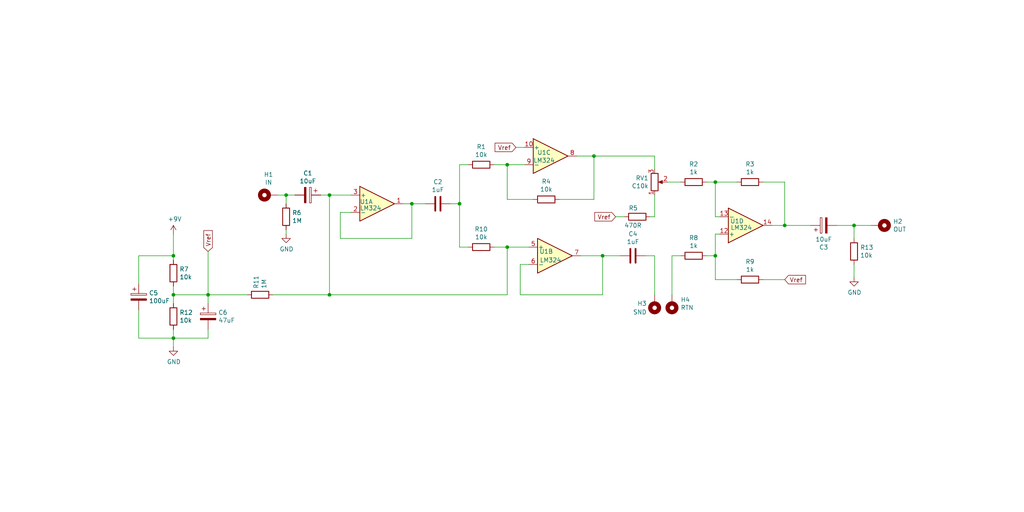
<source format=kicad_sch>
(kicad_sch (version 20211123) (generator eeschema)
  (paper "User" 299.999 150.012)
  (title_block (title "Dry Blend") (date "2021-11-29") (rev "0.1") (company "Circle Circuits") (comment 1 "Put any FX in the loop (SND-RTN) to add a DRY blend functionality."))
  (lib_symbols
    (symbol "Amplifier_Operational:LM324" (pin_names (offset 0.127))
      (property "Reference" "U" (at 0 5.08 0))
      (property "Value" "LM324" (at 0 -5.08 0))
      (symbol "LM324_1_1"
        (polyline (pts (xy -5.08 5.08) (xy 5.08 0) (xy -5.08 -5.08) (xy -5.08 5.08)) (stroke (width 0.254)) (fill (type background)))
        (pin output line (at 7.62 0 180) (length 2.54) (name "~") (number "1"))
        (pin input line (at -7.62 -2.54 0) (length 2.54) (name "-") (number "2"))
        (pin input line (at -7.62 2.54 0) (length 2.54) (name "+") (number "3"))
      )
      (symbol "LM324_2_1"
        (polyline (pts (xy -5.08 5.08) (xy 5.08 0) (xy -5.08 -5.08) (xy -5.08 5.08)) (stroke (width 0.254)) (fill (type background)))
        (pin input line (at -7.62 2.54 0) (length 2.54) (name "+") (number "5"))
        (pin input line (at -7.62 -2.54 0) (length 2.54) (name "-") (number "6"))
        (pin output line (at 7.62 0 180) (length 2.54) (name "~") (number "7"))
      )
      (symbol "LM324_3_1"
        (polyline (pts (xy -5.08 5.08) (xy 5.08 0) (xy -5.08 -5.08) (xy -5.08 5.08)) (stroke (width 0.254)) (fill (type background)))
        (pin input line (at -7.62 2.54 0) (length 2.54) (name "+") (number "10"))
        (pin output line (at 7.62 0 180) (length 2.54) (name "~") (number "8"))
        (pin input line (at -7.62 -2.54 0) (length 2.54) (name "-") (number "9"))
      )
      (symbol "LM324_4_1"
        (polyline (pts (xy -5.08 5.08) (xy 5.08 0) (xy -5.08 -5.08) (xy -5.08 5.08)) (stroke (width 0.254)) (fill (type background)))
        (pin input line (at -7.62 2.54 0) (length 2.54) (name "+") (number "12"))
        (pin input line (at -7.62 -2.54 0) (length 2.54) (name "-") (number "13"))
        (pin output line (at 7.62 0 180) (length 2.54) (name "~") (number "14"))
      )
      (symbol "LM324_5_1"
        (pin power_in line (at -2.54 -7.62 90) (length 3.81) (name "V-") (number "11"))
        (pin power_in line (at -2.54 7.62 270) (length 3.81) (name "V+") (number "4"))
      )
    )
    (symbol "Device:C" (pin_numbers hide) (pin_names (offset 0.254))
      (property "Reference" "C" (at 0.635 2.54 0))
      (property "Value" "C" (at 0.635 -2.54 0))
      (symbol "C_0_1"
        (polyline (pts (xy -2.032 -0.762) (xy 2.032 -0.762)) (stroke (width 0.508)))
        (polyline (pts (xy -2.032 0.762) (xy 2.032 0.762)) (stroke (width 0.508)))
      )
      (symbol "C_1_1"
        (pin passive line (at 0 3.81 270) (length 2.794) (name "~") (number "1"))
        (pin passive line (at 0 -3.81 90) (length 2.794) (name "~") (number "2"))
      )
    )
    (symbol "Device:CP" (pin_numbers hide) (pin_names (offset 0.254))
      (property "Reference" "C" (at 0.635 2.54 0))
      (property "Value" "Device_CP" (at 0.635 -2.54 0))
      (symbol "CP_0_1"
        (rectangle (start -2.286 0.508) (end 2.286 1.016))
        (polyline (pts (xy -1.778 2.286) (xy -0.762 2.286)))
        (polyline (pts (xy -1.27 2.794) (xy -1.27 1.778)))
        (rectangle (start 2.286 -0.508) (end -2.286 -1.016) (fill (type outline)))
      )
      (symbol "CP_1_1"
        (pin passive line (at 0 3.81 270) (length 2.794) (name "~") (number "1"))
        (pin passive line (at 0 -3.81 90) (length 2.794) (name "~") (number "2"))
      )
    )
    (symbol "Device:R" (pin_numbers hide) (pin_names (offset 0))
      (property "Reference" "R" (at 2.032 0 90))
      (property "Value" "R" (at 0 0 90))
      (symbol "R_0_1"
        (rectangle (start -1.016 -2.54) (end 1.016 2.54) (stroke (width 0.254)))
      )
      (symbol "R_1_1"
        (pin passive line (at 0 3.81 270) (length 1.27) (name "~") (number "1"))
        (pin passive line (at 0 -3.81 90) (length 1.27) (name "~") (number "2"))
      )
    )
    (symbol "Device:R_POT" (pin_names (offset 1.016) hide)
      (property "Reference" "RV" (at -4.445 0 90))
      (property "Value" "Device_R_POT" (at -2.54 0 90))
      (symbol "R_POT_0_1"
        (polyline (pts (xy 2.54 0) (xy 1.524 0)))
        (polyline (pts (xy 1.143 0) (xy 2.286 0.508) (xy 2.286 -0.508) (xy 1.143 0)) (fill (type outline)))
        (rectangle (start 1.016 2.54) (end -1.016 -2.54) (stroke (width 0.254)))
      )
      (symbol "R_POT_1_1"
        (pin passive line (at 0 3.81 270) (length 1.27) (name "1") (number "1"))
        (pin passive line (at 3.81 0 180) (length 1.27) (name "2") (number "2"))
        (pin passive line (at 0 -3.81 90) (length 1.27) (name "3") (number "3"))
      )
    )
    (symbol "Mechanical:MountingHole_Pad" (pin_numbers hide) (pin_names (offset 1.016) hide)
      (property "Reference" "H" (at 0 6.35 0))
      (property "Value" "MountingHole_Pad" (at 0 4.445 0))
      (symbol "MountingHole_Pad_0_1"
        (circle (center 0 1.27) (radius 1.27) (stroke (width 1.27)))
      )
      (symbol "MountingHole_Pad_1_1"
        (pin input line (at 0 -2.54 90) (length 2.54) (name "1") (number "1"))
      )
    )
    (symbol "power:+9V" (power) (pin_names (offset 0))
      (property "Value" "+9V" (at 0 3.556 0))
      (symbol "+9V_0_1"
        (polyline (pts (xy -0.762 1.27) (xy 0 2.54)))
        (polyline (pts (xy 0 0) (xy 0 2.54)))
        (polyline (pts (xy 0 2.54) (xy 0.762 1.27)))
      )
      (symbol "+9V_1_1"
        (pin power_in line (at 0 0 90) (length 0) hide (name "+9V") (number "1"))
      )
    )
    (symbol "power:GND" (power) (pin_names (offset 0))
      (property "Value" "GND" (at 0 -3.81 0))
      (symbol "GND_0_1"
        (polyline (pts (xy 0 0) (xy 0 -1.27) (xy 1.27 -1.27) (xy 0 -2.54) (xy -1.27 -1.27) (xy 0 -1.27)))
      )
      (symbol "GND_1_1"
        (pin power_in line (at 0 0 270) (length 0) hide (name "GND") (number "1"))
      )
    )
  )
  (junction (at 173.99 45.72))
  (junction (at 60.96 86.36))
  (junction (at 176.53 74.93))
  (junction (at 83.82 57.15))
  (junction (at 148.59 48.26))
  (junction (at 50.8 86.36))
  (junction (at 134.62 59.69))
  (junction (at 50.8 99.06))
  (junction (at 209.55 53.34))
  (junction (at 120.65 59.69))
  (junction (at 96.52 86.36))
  (junction (at 148.59 72.39))
  (junction (at 250.19 66.04))
  (junction (at 229.87 66.04))
  (junction (at 50.8 74.93))
  (junction (at 96.52 57.15))
  (junction (at 209.55 74.93))
  (wire (pts (xy 176.53 86.36) (xy 176.53 74.93)))
  (wire (pts (xy 83.82 59.69) (xy 83.82 57.15)))
  (wire (pts (xy 50.8 83.82) (xy 50.8 86.36)))
  (wire (pts (xy 50.8 68.58) (xy 50.8 74.93)))
  (wire (pts (xy 102.87 57.15) (xy 96.52 57.15)))
  (wire (pts (xy 163.83 58.42) (xy 173.99 58.42)))
  (wire (pts (xy 148.59 58.42) (xy 156.21 58.42)))
  (wire (pts (xy 50.8 101.6) (xy 50.8 99.06)))
  (wire (pts (xy 199.39 53.34) (xy 195.58 53.34)))
  (wire (pts (xy 191.77 74.93) (xy 191.77 86.36)))
  (wire (pts (xy 209.55 53.34) (xy 215.9 53.34)))
  (wire (pts (xy 250.19 69.85) (xy 250.19 66.04)))
  (wire (pts (xy 153.67 48.26) (xy 148.59 48.26)))
  (wire (pts (xy 148.59 48.26) (xy 144.78 48.26)))
  (wire (pts (xy 173.99 45.72) (xy 168.91 45.72)))
  (wire (pts (xy 96.52 57.15) (xy 96.52 86.36)))
  (wire (pts (xy 60.96 96.52) (xy 60.96 99.06)))
  (wire (pts (xy 83.82 68.58) (xy 83.82 67.31)))
  (wire (pts (xy 102.87 62.23) (xy 99.695 62.23)))
  (wire (pts (xy 50.8 96.52) (xy 50.8 99.06)))
  (wire (pts (xy 245.11 66.04) (xy 250.19 66.04)))
  (wire (pts (xy 209.55 74.93) (xy 207.01 74.93)))
  (wire (pts (xy 189.23 74.93) (xy 191.77 74.93)))
  (wire (pts (xy 134.62 48.26) (xy 137.16 48.26)))
  (wire (pts (xy 96.52 86.36) (xy 148.59 86.36)))
  (wire (pts (xy 137.16 72.39) (xy 134.62 72.39)))
  (wire (pts (xy 40.64 99.06) (xy 50.8 99.06)))
  (wire (pts (xy 176.53 74.93) (xy 181.61 74.93)))
  (wire (pts (xy 210.82 68.58) (xy 209.55 68.58)))
  (wire (pts (xy 199.39 74.93) (xy 196.85 74.93)))
  (wire (pts (xy 223.52 81.915) (xy 229.87 81.915)))
  (wire (pts (xy 120.65 59.69) (xy 118.11 59.69)))
  (wire (pts (xy 190.5 63.5) (xy 191.77 63.5)))
  (wire (pts (xy 229.87 66.04) (xy 226.06 66.04)))
  (wire (pts (xy 60.96 88.9) (xy 60.96 86.36)))
  (wire (pts (xy 124.46 59.69) (xy 120.65 59.69)))
  (wire (pts (xy 148.59 48.26) (xy 148.59 58.42)))
  (wire (pts (xy 191.77 45.72) (xy 191.77 49.53)))
  (wire (pts (xy 40.64 74.93) (xy 50.8 74.93)))
  (wire (pts (xy 132.08 59.69) (xy 134.62 59.69)))
  (wire (pts (xy 120.65 69.85) (xy 120.65 59.69)))
  (wire (pts (xy 72.39 86.36) (xy 60.96 86.36)))
  (wire (pts (xy 134.62 59.69) (xy 134.62 48.26)))
  (wire (pts (xy 173.99 58.42) (xy 173.99 45.72)))
  (wire (pts (xy 50.8 74.93) (xy 50.8 76.2)))
  (wire (pts (xy 50.8 86.36) (xy 50.8 88.9)))
  (wire (pts (xy 250.19 66.04) (xy 255.27 66.04)))
  (wire (pts (xy 80.01 86.36) (xy 96.52 86.36)))
  (wire (pts (xy 207.01 53.34) (xy 209.55 53.34)))
  (wire (pts (xy 50.8 86.36) (xy 60.96 86.36)))
  (wire (pts (xy 83.82 57.15) (xy 86.36 57.15)))
  (wire (pts (xy 173.99 45.72) (xy 191.77 45.72)))
  (wire (pts (xy 180.34 63.5) (xy 182.88 63.5)))
  (wire (pts (xy 134.62 72.39) (xy 134.62 59.69)))
  (wire (pts (xy 154.94 77.47) (xy 152.4 77.47)))
  (wire (pts (xy 209.55 81.915) (xy 215.9 81.915)))
  (wire (pts (xy 144.78 72.39) (xy 148.59 72.39)))
  (wire (pts (xy 60.96 73.66) (xy 60.96 86.36)))
  (wire (pts (xy 40.64 90.805) (xy 40.64 99.06)))
  (wire (pts (xy 60.96 99.06) (xy 50.8 99.06)))
  (wire (pts (xy 176.53 74.93) (xy 170.18 74.93)))
  (wire (pts (xy 148.59 72.39) (xy 154.94 72.39)))
  (wire (pts (xy 96.52 57.15) (xy 93.98 57.15)))
  (wire (pts (xy 209.55 68.58) (xy 209.55 74.93)))
  (wire (pts (xy 209.55 81.915) (xy 209.55 74.93)))
  (wire (pts (xy 148.59 72.39) (xy 148.59 86.36)))
  (wire (pts (xy 40.64 74.93) (xy 40.64 83.185)))
  (wire (pts (xy 152.4 86.36) (xy 176.53 86.36)))
  (wire (pts (xy 223.52 53.34) (xy 229.87 53.34)))
  (wire (pts (xy 151.13 43.18) (xy 153.67 43.18)))
  (wire (pts (xy 209.55 53.34) (xy 209.55 63.5)))
  (wire (pts (xy 250.19 77.47) (xy 250.19 81.28)))
  (wire (pts (xy 81.28 57.15) (xy 83.82 57.15)))
  (wire (pts (xy 229.87 53.34) (xy 229.87 66.04)))
  (wire (pts (xy 229.87 66.04) (xy 237.49 66.04)))
  (wire (pts (xy 152.4 77.47) (xy 152.4 86.36)))
  (wire (pts (xy 191.77 57.15) (xy 191.77 63.5)))
  (wire (pts (xy 196.85 74.93) (xy 196.85 86.36)))
  (wire (pts (xy 210.82 63.5) (xy 209.55 63.5)))
  (wire (pts (xy 99.695 62.23) (xy 99.695 69.85)))
  (wire (pts (xy 99.695 69.85) (xy 120.65 69.85)))
  (global_label "Vref" (shape input) (at 229.87 81.915 0) (property "Intersheet References" "${INTERSHEET_REFS}" (effects hide)))
  (global_label "Vref" (shape input) (at 151.13 43.18 180) (property "Intersheet References" "${INTERSHEET_REFS}" (effects hide)))
  (global_label "Vref" (shape input) (at 60.96 73.66 90) (property "Intersheet References" "${INTERSHEET_REFS}" (effects hide)))
  (global_label "Vref" (shape input) (at 180.34 63.5 180) (property "Intersheet References" "${INTERSHEET_REFS}" (effects hide)))
  (symbol (lib_id "Device:CP") (at 90.17 57.15 270) (unit 1)
    (property "Reference" "C1" (at 90.17 50.7492 90))
    (property "Value" "10uF" (at 90.17 53.0606 90))
    (property "Footprint" "Capacitor_THT:CP_Radial_D4.0mm_P2.00mm" (effects hide))
  )
  (symbol (lib_id "Amplifier_Operational:LM324") (at 110.49 59.69 0) (unit 1)
    (property "Reference" "U1" (at 107.315 59.0804 0))
    (property "Value" "LM324" (at 108.585 60.96 0))
    (property "Footprint" "Package_DIP:DIP-14_W7.62mm_Socket" (effects hide))
    (property "Datasheet" "http://www.ti.com/lit/ds/symlink/lm2902-n.pdf" (effects hide))
  )
  (symbol (lib_id "Amplifier_Operational:LM324") (at 162.56 74.93 0) (unit 2)
    (property "Reference" "U1" (at 160.02 73.66 0))
    (property "Value" "LM324" (at 161.29 76.2 0))
    (property "Footprint" "Package_DIP:DIP-14_W7.62mm_Socket" (effects hide))
    (property "Datasheet" "http://www.ti.com/lit/ds/symlink/lm2902-n.pdf" (effects hide))
  )
  (symbol (lib_id "Amplifier_Operational:LM324") (at 161.29 45.72 0) (unit 3)
    (property "Reference" "U1" (at 159.385 44.6786 0))
    (property "Value" "LM324" (at 159.385 46.99 0))
    (property "Footprint" "Package_DIP:DIP-14_W7.62mm_Socket" (effects hide))
    (property "Datasheet" "http://www.ti.com/lit/ds/symlink/lm2902-n.pdf" (effects hide))
  )
  (symbol (lib_id "power:+9V") (at 50.8 68.58 0) (unit 1)
    (property "Reference" "#PWR?" (effects hide))
    (property "Value" "+9V" (at 51.181 64.1858 0))
  )
  (symbol (lib_id "Amplifier_Operational:LM324") (at 218.44 66.04 0) (mirror x) (unit 4)
    (property "Reference" "U1" (at 215.9 64.77 0))
    (property "Value" "LM324" (at 217.17 66.675 0))
    (property "Footprint" "Package_DIP:DIP-14_W7.62mm_Socket" (effects hide))
    (property "Datasheet" "http://www.ti.com/lit/ds/symlink/lm2902-n.pdf" (effects hide))
  )
  (symbol (lib_id "Device:R") (at 50.8 80.01 0) (unit 1)
    (property "Reference" "R7" (at 52.578 78.8416 0) (effects (justify left)))
    (property "Value" "10k" (at 52.578 81.153 0) (effects (justify left)))
    (property "Footprint" "Resistor_THT:R_Axial_DIN0207_L6.3mm_D2.5mm_P7.62mm_Horizontal" (effects hide))
  )
  (symbol (lib_id "Device:R") (at 50.8 92.71 0) (unit 1)
    (property "Reference" "R12" (at 52.578 91.5416 0) (effects (justify left)))
    (property "Value" "10k" (at 52.578 93.853 0) (effects (justify left)))
    (property "Footprint" "Resistor_THT:R_Axial_DIN0207_L6.3mm_D2.5mm_P7.62mm_Horizontal" (effects hide))
  )
  (symbol (lib_id "power:GND") (at 50.8 101.6 0) (unit 1)
    (property "Reference" "#PWR03" (effects hide))
    (property "Value" "GND" (at 50.927 105.9942 0))
  )
  (symbol (lib_id "Device:R") (at 76.2 86.36 90) (unit 1)
    (property "Reference" "R11" (at 75.0316 84.582 0) (effects (justify left)))
    (property "Value" "1M" (at 77.343 84.582 0) (effects (justify left)))
    (property "Footprint" "Resistor_THT:R_Axial_DIN0207_L6.3mm_D2.5mm_P7.62mm_Horizontal" (effects hide))
  )
  (symbol (lib_id "Mechanical:MountingHole_Pad") (at 78.74 57.15 90) (unit 1)
    (property "Reference" "H1" (at 78.6638 51.1302 90))
    (property "Value" "IN" (at 78.6638 53.4416 90))
    (property "Footprint" "MountingHole:mountinghole-1mm" (effects hide))
  )
  (symbol (lib_id "Mechanical:MountingHole_Pad") (at 257.81 66.04 270) (unit 1)
    (property "Reference" "H2" (at 261.62 64.8716 90) (effects (justify left)))
    (property "Value" "OUT" (at 261.62 67.183 90) (effects (justify left)))
    (property "Footprint" "MountingHole:mountinghole-1mm" (effects hide))
  )
  (symbol (lib_id "Device:R") (at 250.19 73.66 0) (unit 1)
    (property "Reference" "R13" (at 251.968 72.4916 0) (effects (justify left)))
    (property "Value" "10k" (at 251.968 74.803 0) (effects (justify left)))
    (property "Footprint" "Resistor_THT:R_Axial_DIN0207_L6.3mm_D2.5mm_P7.62mm_Horizontal" (effects hide))
  )
  (symbol (lib_id "power:GND") (at 250.19 81.28 0) (unit 1)
    (property "Reference" "#PWR04" (effects hide))
    (property "Value" "GND" (at 250.317 85.6742 0))
  )
  (symbol (lib_id "Device:CP") (at 60.96 92.71 0) (unit 1)
    (property "Reference" "C6" (at 63.9572 91.5416 0) (effects (justify left)))
    (property "Value" "47uF" (at 63.9572 93.853 0) (effects (justify left)))
    (property "Footprint" "Capacitor_THT:CP_Radial_D8.0mm_P3.50mm" (effects hide))
  )
  (symbol (lib_id "Device:CP") (at 40.64 86.995 0) (unit 1)
    (property "Reference" "C5" (at 43.6372 85.8266 0) (effects (justify left)))
    (property "Value" "100uF" (at 43.6372 88.138 0) (effects (justify left)))
    (property "Footprint" "Capacitor_THT:CP_Radial_D8.0mm_P3.50mm" (effects hide))
  )
  (symbol (lib_id "Device:C") (at 128.27 59.69 270) (unit 1)
    (property "Reference" "C2" (at 128.27 53.2892 90))
    (property "Value" "1uF" (at 128.27 55.6006 90))
    (property "Footprint" "Capacitor_THT:C_Rect_L7.0mm_W2.5mm_P5.00mm" (effects hide))
  )
  (symbol (lib_id "Device:R") (at 140.97 48.26 270) (unit 1)
    (property "Reference" "R1" (at 140.97 43.0022 90))
    (property "Value" "10k" (at 140.97 45.3136 90))
    (property "Footprint" "Resistor_THT:R_Axial_DIN0207_L6.3mm_D2.5mm_P7.62mm_Horizontal" (effects hide))
  )
  (symbol (lib_id "Device:R") (at 140.97 72.39 270) (unit 1)
    (property "Reference" "R10" (at 140.97 67.1322 90))
    (property "Value" "10k" (at 140.97 69.4436 90))
    (property "Footprint" "Resistor_THT:R_Axial_DIN0207_L6.3mm_D2.5mm_P7.62mm_Horizontal" (effects hide))
  )
  (symbol (lib_id "Device:R") (at 160.02 58.42 270) (unit 1)
    (property "Reference" "R4" (at 160.02 53.1622 90))
    (property "Value" "10k" (at 160.02 55.4736 90))
    (property "Footprint" "Resistor_THT:R_Axial_DIN0207_L6.3mm_D2.5mm_P7.62mm_Horizontal" (effects hide))
  )
  (symbol (lib_id "Device:C") (at 185.42 74.93 270) (unit 1)
    (property "Reference" "C4" (at 185.42 68.5292 90))
    (property "Value" "1uF" (at 185.42 70.8406 90))
    (property "Footprint" "Capacitor_THT:C_Rect_L7.0mm_W2.5mm_P5.00mm" (effects hide))
  )
  (symbol (lib_id "Device:R") (at 203.2 74.93 270) (unit 1)
    (property "Reference" "R8" (at 203.2 69.6722 90))
    (property "Value" "1k" (at 203.2 71.9836 90))
    (property "Footprint" "Resistor_THT:R_Axial_DIN0207_L6.3mm_D2.5mm_P7.62mm_Horizontal" (effects hide))
  )
  (symbol (lib_id "Device:R") (at 219.71 81.915 270) (unit 1)
    (property "Reference" "R9" (at 219.71 76.6572 90))
    (property "Value" "1k" (at 219.71 78.9686 90))
    (property "Footprint" "Resistor_THT:R_Axial_DIN0207_L6.3mm_D2.5mm_P7.62mm_Horizontal" (effects hide))
  )
  (symbol (lib_id "Device:R") (at 203.2 53.34 270) (unit 1)
    (property "Reference" "R2" (at 203.2 48.0822 90))
    (property "Value" "1k" (at 203.2 50.3936 90))
    (property "Footprint" "Resistor_THT:R_Axial_DIN0207_L6.3mm_D2.5mm_P7.62mm_Horizontal" (effects hide))
  )
  (symbol (lib_id "Device:R") (at 219.71 53.34 270) (unit 1)
    (property "Reference" "R3" (at 219.71 48.0822 90))
    (property "Value" "1k" (at 219.71 50.3936 90))
    (property "Footprint" "Resistor_THT:R_Axial_DIN0207_L6.3mm_D2.5mm_P7.62mm_Horizontal" (effects hide))
  )
  (symbol (lib_id "Device:R_POT") (at 191.77 53.34 0) (mirror x) (unit 1)
    (property "Reference" "RV1" (at 189.992 52.1716 0) (effects (justify right)))
    (property "Value" "C10k" (at 189.992 54.483 0) (effects (justify right)))
    (property "Footprint" "Potentiometer_THT:Potentiometer_Omeg_PC16BU_Vertical" (effects hide))
  )
  (symbol (lib_id "Device:R") (at 186.69 63.5 270) (unit 1)
    (property "Reference" "R5" (at 184.15 60.96 90) (effects (justify left)))
    (property "Value" "470R" (at 182.88 66.04 90) (effects (justify left)))
    (property "Footprint" "Resistor_THT:R_Axial_DIN0207_L6.3mm_D2.5mm_P7.62mm_Horizontal" (effects hide))
  )
  (symbol (lib_id "Device:CP") (at 241.3 66.04 90) (unit 1)
    (property "Reference" "C3" (at 241.3 72.4408 90))
    (property "Value" "10uF" (at 241.3 70.1294 90))
    (property "Footprint" "Capacitor_THT:CP_Radial_D4.0mm_P2.00mm" (effects hide))
  )
  (symbol (lib_id "Device:R") (at 83.82 63.5 0) (unit 1)
    (property "Reference" "R6" (at 85.598 62.3316 0) (effects (justify left)))
    (property "Value" "1M" (at 85.598 64.643 0) (effects (justify left)))
    (property "Footprint" "Resistor_THT:R_Axial_DIN0207_L6.3mm_D2.5mm_P7.62mm_Horizontal" (effects hide))
  )
  (symbol (lib_id "power:GND") (at 83.82 68.58 0) (unit 1)
    (property "Reference" "#PWR02" (effects hide))
    (property "Value" "GND" (at 83.947 72.9742 0))
  )
  (symbol (lib_id "Mechanical:MountingHole_Pad") (at 191.77 88.9 180) (unit 1)
    (property "Reference" "H3" (at 186.69 88.9 0) (effects (justify right)))
    (property "Value" "SND" (at 185.42 91.44 0) (effects (justify right)))
    (property "Footprint" "MountingHole:mountinghole-1mm" (effects hide))
  )
  (symbol (lib_id "Mechanical:MountingHole_Pad") (at 196.85 88.9 180) (unit 1)
    (property "Reference" "H4" (at 199.39 87.8078 0) (effects (justify right)))
    (property "Value" "RTN" (at 199.39 90.1192 0) (effects (justify right)))
    (property "Footprint" "MountingHole:mountinghole-1mm" (effects hide))
  )
)
</source>
